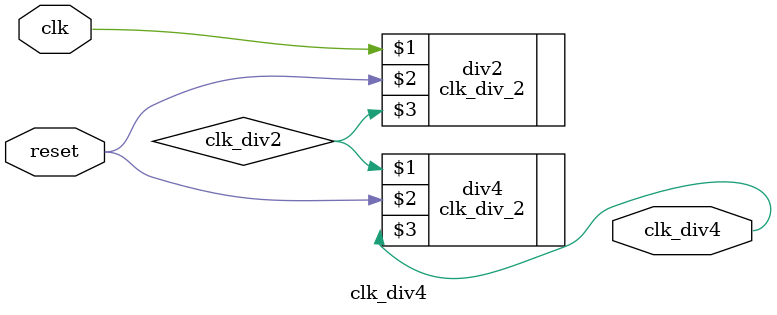
<source format=v>
`timescale 1ns / 1ps
module Shifting_register(
    input clk,
	 input reset,
	 output [7:0] LED);
	 
	 reg [7:0] shft_reg;
	 reg [16:0] counter;
	 wire clk_div;
	 
	 clk_div4 divider (clk, reset, clk_div);
	 
	 parameter time_interval = 17'd231423;
	 
	 always @ (posedge clk_div or negedge reset)
	 begin
	     if (~reset)
		  begin
		      counter <= 21'b0;
				shft_reg <= 8'b11111110;
		  end
		  else 
		  begin
	         if (counter == time_interval)
		      begin
		          if (shft_reg[7:0] == 8'b01111111)
				        shft_reg <= {shft_reg[6:0], 1'b0};
                else					 
		              shft_reg <= {shft_reg[6:0], 1'b1};
						  
					 counter <= 21'b0;
		      end
		      else
		          counter <= counter + 1'b1;
		  end
	 end

	 assign LED = shft_reg;

endmodule

module clk_div4 (
    input clk,
	 input reset,
	 output clk_div4);
	 
	 wire clk_div2;
	 
	 clk_div_2 div2 (clk, reset, clk_div2);
	 clk_div_2 div4 (clk_div2, reset, clk_div4);
	 
endmodule

</source>
